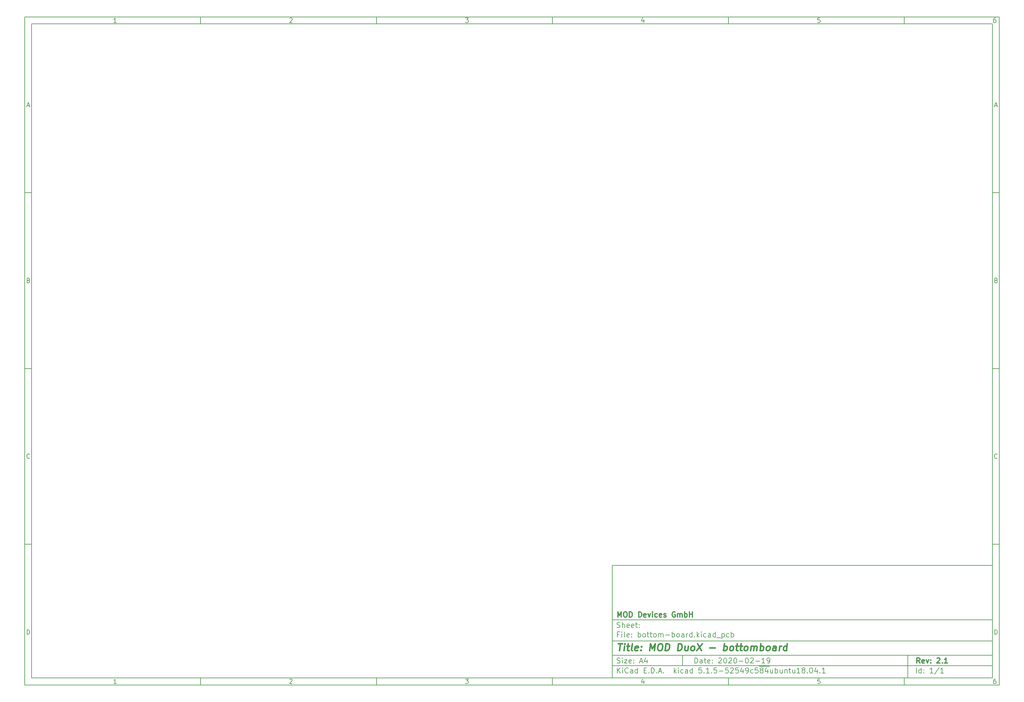
<source format=gbr>
G04 #@! TF.GenerationSoftware,KiCad,Pcbnew,5.1.5-52549c5~84~ubuntu18.04.1*
G04 #@! TF.CreationDate,2020-05-15T14:50:28+02:00*
G04 #@! TF.ProjectId,bottom-board,626f7474-6f6d-42d6-926f-6172642e6b69,2.1*
G04 #@! TF.SameCoordinates,PX48111b4PY15fd6c8*
G04 #@! TF.FileFunction,Paste,Bot*
G04 #@! TF.FilePolarity,Positive*
%FSLAX46Y46*%
G04 Gerber Fmt 4.6, Leading zero omitted, Abs format (unit mm)*
G04 Created by KiCad (PCBNEW 5.1.5-52549c5~84~ubuntu18.04.1) date 2020-05-15 14:50:28*
%MOMM*%
%LPD*%
G04 APERTURE LIST*
%ADD10C,0.100000*%
%ADD11C,0.150000*%
%ADD12C,0.300000*%
%ADD13C,0.400000*%
G04 APERTURE END LIST*
D10*
D11*
X101434660Y-142949080D02*
X101434660Y-174949080D01*
X209434660Y-174949080D01*
X209434660Y-142949080D01*
X101434660Y-142949080D01*
D10*
D11*
X-65567540Y13058120D02*
X-65567540Y-176949080D01*
X211434660Y-176949080D01*
X211434660Y13058120D01*
X-65567540Y13058120D01*
D10*
D11*
X-63567540Y11058120D02*
X-63567540Y-174949080D01*
X209434660Y-174949080D01*
X209434660Y11058120D01*
X-63567540Y11058120D01*
D10*
D11*
X-15567540Y11058120D02*
X-15567540Y13058120D01*
D10*
D11*
X34432460Y11058120D02*
X34432460Y13058120D01*
D10*
D11*
X84432460Y11058120D02*
X84432460Y13058120D01*
D10*
D11*
X134432460Y11058120D02*
X134432460Y13058120D01*
D10*
D11*
X184432460Y11058120D02*
X184432460Y13058120D01*
D10*
D11*
X-39502064Y11470025D02*
X-40244921Y11470025D01*
X-39873493Y11470025D02*
X-39873493Y12770025D01*
X-39997302Y12584311D01*
X-40121112Y12460501D01*
X-40244921Y12398597D01*
D10*
D11*
X9755079Y12646216D02*
X9816983Y12708120D01*
X9940793Y12770025D01*
X10250317Y12770025D01*
X10374126Y12708120D01*
X10436031Y12646216D01*
X10497936Y12522406D01*
X10497936Y12398597D01*
X10436031Y12212882D01*
X9693174Y11470025D01*
X10497936Y11470025D01*
D10*
D11*
X59693174Y12770025D02*
X60497936Y12770025D01*
X60064602Y12274787D01*
X60250317Y12274787D01*
X60374126Y12212882D01*
X60436031Y12150978D01*
X60497936Y12027168D01*
X60497936Y11717644D01*
X60436031Y11593835D01*
X60374126Y11531930D01*
X60250317Y11470025D01*
X59878888Y11470025D01*
X59755079Y11531930D01*
X59693174Y11593835D01*
D10*
D11*
X110374126Y12336692D02*
X110374126Y11470025D01*
X110064602Y12831930D02*
X109755079Y11903359D01*
X110559840Y11903359D01*
D10*
D11*
X160436031Y12770025D02*
X159816983Y12770025D01*
X159755079Y12150978D01*
X159816983Y12212882D01*
X159940793Y12274787D01*
X160250317Y12274787D01*
X160374126Y12212882D01*
X160436031Y12150978D01*
X160497936Y12027168D01*
X160497936Y11717644D01*
X160436031Y11593835D01*
X160374126Y11531930D01*
X160250317Y11470025D01*
X159940793Y11470025D01*
X159816983Y11531930D01*
X159755079Y11593835D01*
D10*
D11*
X210374126Y12770025D02*
X210126507Y12770025D01*
X210002698Y12708120D01*
X209940793Y12646216D01*
X209816983Y12460501D01*
X209755079Y12212882D01*
X209755079Y11717644D01*
X209816983Y11593835D01*
X209878888Y11531930D01*
X210002698Y11470025D01*
X210250317Y11470025D01*
X210374126Y11531930D01*
X210436031Y11593835D01*
X210497936Y11717644D01*
X210497936Y12027168D01*
X210436031Y12150978D01*
X210374126Y12212882D01*
X210250317Y12274787D01*
X210002698Y12274787D01*
X209878888Y12212882D01*
X209816983Y12150978D01*
X209755079Y12027168D01*
D10*
D11*
X-15567540Y-174949080D02*
X-15567540Y-176949080D01*
D10*
D11*
X34432460Y-174949080D02*
X34432460Y-176949080D01*
D10*
D11*
X84432460Y-174949080D02*
X84432460Y-176949080D01*
D10*
D11*
X134432460Y-174949080D02*
X134432460Y-176949080D01*
D10*
D11*
X184432460Y-174949080D02*
X184432460Y-176949080D01*
D10*
D11*
X-39502064Y-176537175D02*
X-40244921Y-176537175D01*
X-39873493Y-176537175D02*
X-39873493Y-175237175D01*
X-39997302Y-175422889D01*
X-40121112Y-175546699D01*
X-40244921Y-175608603D01*
D10*
D11*
X9755079Y-175360984D02*
X9816983Y-175299080D01*
X9940793Y-175237175D01*
X10250317Y-175237175D01*
X10374126Y-175299080D01*
X10436031Y-175360984D01*
X10497936Y-175484794D01*
X10497936Y-175608603D01*
X10436031Y-175794318D01*
X9693174Y-176537175D01*
X10497936Y-176537175D01*
D10*
D11*
X59693174Y-175237175D02*
X60497936Y-175237175D01*
X60064602Y-175732413D01*
X60250317Y-175732413D01*
X60374126Y-175794318D01*
X60436031Y-175856222D01*
X60497936Y-175980032D01*
X60497936Y-176289556D01*
X60436031Y-176413365D01*
X60374126Y-176475270D01*
X60250317Y-176537175D01*
X59878888Y-176537175D01*
X59755079Y-176475270D01*
X59693174Y-176413365D01*
D10*
D11*
X110374126Y-175670508D02*
X110374126Y-176537175D01*
X110064602Y-175175270D02*
X109755079Y-176103841D01*
X110559840Y-176103841D01*
D10*
D11*
X160436031Y-175237175D02*
X159816983Y-175237175D01*
X159755079Y-175856222D01*
X159816983Y-175794318D01*
X159940793Y-175732413D01*
X160250317Y-175732413D01*
X160374126Y-175794318D01*
X160436031Y-175856222D01*
X160497936Y-175980032D01*
X160497936Y-176289556D01*
X160436031Y-176413365D01*
X160374126Y-176475270D01*
X160250317Y-176537175D01*
X159940793Y-176537175D01*
X159816983Y-176475270D01*
X159755079Y-176413365D01*
D10*
D11*
X210374126Y-175237175D02*
X210126507Y-175237175D01*
X210002698Y-175299080D01*
X209940793Y-175360984D01*
X209816983Y-175546699D01*
X209755079Y-175794318D01*
X209755079Y-176289556D01*
X209816983Y-176413365D01*
X209878888Y-176475270D01*
X210002698Y-176537175D01*
X210250317Y-176537175D01*
X210374126Y-176475270D01*
X210436031Y-176413365D01*
X210497936Y-176289556D01*
X210497936Y-175980032D01*
X210436031Y-175856222D01*
X210374126Y-175794318D01*
X210250317Y-175732413D01*
X210002698Y-175732413D01*
X209878888Y-175794318D01*
X209816983Y-175856222D01*
X209755079Y-175980032D01*
D10*
D11*
X-65567540Y-36941880D02*
X-63567540Y-36941880D01*
D10*
D11*
X-65567540Y-86941880D02*
X-63567540Y-86941880D01*
D10*
D11*
X-65567540Y-136941880D02*
X-63567540Y-136941880D01*
D10*
D11*
X-64877064Y-12158546D02*
X-64258017Y-12158546D01*
X-65000874Y-12529975D02*
X-64567540Y-11229975D01*
X-64134207Y-12529975D01*
D10*
D11*
X-64474683Y-61849022D02*
X-64288969Y-61910927D01*
X-64227064Y-61972832D01*
X-64165160Y-62096641D01*
X-64165160Y-62282356D01*
X-64227064Y-62406165D01*
X-64288969Y-62468070D01*
X-64412779Y-62529975D01*
X-64908017Y-62529975D01*
X-64908017Y-61229975D01*
X-64474683Y-61229975D01*
X-64350874Y-61291880D01*
X-64288969Y-61353784D01*
X-64227064Y-61477594D01*
X-64227064Y-61601403D01*
X-64288969Y-61725213D01*
X-64350874Y-61787118D01*
X-64474683Y-61849022D01*
X-64908017Y-61849022D01*
D10*
D11*
X-64165160Y-112406165D02*
X-64227064Y-112468070D01*
X-64412779Y-112529975D01*
X-64536588Y-112529975D01*
X-64722302Y-112468070D01*
X-64846112Y-112344260D01*
X-64908017Y-112220451D01*
X-64969921Y-111972832D01*
X-64969921Y-111787118D01*
X-64908017Y-111539499D01*
X-64846112Y-111415689D01*
X-64722302Y-111291880D01*
X-64536588Y-111229975D01*
X-64412779Y-111229975D01*
X-64227064Y-111291880D01*
X-64165160Y-111353784D01*
D10*
D11*
X-64908017Y-162529975D02*
X-64908017Y-161229975D01*
X-64598493Y-161229975D01*
X-64412779Y-161291880D01*
X-64288969Y-161415689D01*
X-64227064Y-161539499D01*
X-64165160Y-161787118D01*
X-64165160Y-161972832D01*
X-64227064Y-162220451D01*
X-64288969Y-162344260D01*
X-64412779Y-162468070D01*
X-64598493Y-162529975D01*
X-64908017Y-162529975D01*
D10*
D11*
X211434660Y-36941880D02*
X209434660Y-36941880D01*
D10*
D11*
X211434660Y-86941880D02*
X209434660Y-86941880D01*
D10*
D11*
X211434660Y-136941880D02*
X209434660Y-136941880D01*
D10*
D11*
X210125136Y-12158546D02*
X210744183Y-12158546D01*
X210001326Y-12529975D02*
X210434660Y-11229975D01*
X210867993Y-12529975D01*
D10*
D11*
X210527517Y-61849022D02*
X210713231Y-61910927D01*
X210775136Y-61972832D01*
X210837040Y-62096641D01*
X210837040Y-62282356D01*
X210775136Y-62406165D01*
X210713231Y-62468070D01*
X210589421Y-62529975D01*
X210094183Y-62529975D01*
X210094183Y-61229975D01*
X210527517Y-61229975D01*
X210651326Y-61291880D01*
X210713231Y-61353784D01*
X210775136Y-61477594D01*
X210775136Y-61601403D01*
X210713231Y-61725213D01*
X210651326Y-61787118D01*
X210527517Y-61849022D01*
X210094183Y-61849022D01*
D10*
D11*
X210837040Y-112406165D02*
X210775136Y-112468070D01*
X210589421Y-112529975D01*
X210465612Y-112529975D01*
X210279898Y-112468070D01*
X210156088Y-112344260D01*
X210094183Y-112220451D01*
X210032279Y-111972832D01*
X210032279Y-111787118D01*
X210094183Y-111539499D01*
X210156088Y-111415689D01*
X210279898Y-111291880D01*
X210465612Y-111229975D01*
X210589421Y-111229975D01*
X210775136Y-111291880D01*
X210837040Y-111353784D01*
D10*
D11*
X210094183Y-162529975D02*
X210094183Y-161229975D01*
X210403707Y-161229975D01*
X210589421Y-161291880D01*
X210713231Y-161415689D01*
X210775136Y-161539499D01*
X210837040Y-161787118D01*
X210837040Y-161972832D01*
X210775136Y-162220451D01*
X210713231Y-162344260D01*
X210589421Y-162468070D01*
X210403707Y-162529975D01*
X210094183Y-162529975D01*
D10*
D11*
X124866802Y-170727651D02*
X124866802Y-169227651D01*
X125223945Y-169227651D01*
X125438231Y-169299080D01*
X125581088Y-169441937D01*
X125652517Y-169584794D01*
X125723945Y-169870508D01*
X125723945Y-170084794D01*
X125652517Y-170370508D01*
X125581088Y-170513365D01*
X125438231Y-170656222D01*
X125223945Y-170727651D01*
X124866802Y-170727651D01*
X127009660Y-170727651D02*
X127009660Y-169941937D01*
X126938231Y-169799080D01*
X126795374Y-169727651D01*
X126509660Y-169727651D01*
X126366802Y-169799080D01*
X127009660Y-170656222D02*
X126866802Y-170727651D01*
X126509660Y-170727651D01*
X126366802Y-170656222D01*
X126295374Y-170513365D01*
X126295374Y-170370508D01*
X126366802Y-170227651D01*
X126509660Y-170156222D01*
X126866802Y-170156222D01*
X127009660Y-170084794D01*
X127509660Y-169727651D02*
X128081088Y-169727651D01*
X127723945Y-169227651D02*
X127723945Y-170513365D01*
X127795374Y-170656222D01*
X127938231Y-170727651D01*
X128081088Y-170727651D01*
X129152517Y-170656222D02*
X129009660Y-170727651D01*
X128723945Y-170727651D01*
X128581088Y-170656222D01*
X128509660Y-170513365D01*
X128509660Y-169941937D01*
X128581088Y-169799080D01*
X128723945Y-169727651D01*
X129009660Y-169727651D01*
X129152517Y-169799080D01*
X129223945Y-169941937D01*
X129223945Y-170084794D01*
X128509660Y-170227651D01*
X129866802Y-170584794D02*
X129938231Y-170656222D01*
X129866802Y-170727651D01*
X129795374Y-170656222D01*
X129866802Y-170584794D01*
X129866802Y-170727651D01*
X129866802Y-169799080D02*
X129938231Y-169870508D01*
X129866802Y-169941937D01*
X129795374Y-169870508D01*
X129866802Y-169799080D01*
X129866802Y-169941937D01*
X131652517Y-169370508D02*
X131723945Y-169299080D01*
X131866802Y-169227651D01*
X132223945Y-169227651D01*
X132366802Y-169299080D01*
X132438231Y-169370508D01*
X132509660Y-169513365D01*
X132509660Y-169656222D01*
X132438231Y-169870508D01*
X131581088Y-170727651D01*
X132509660Y-170727651D01*
X133438231Y-169227651D02*
X133581088Y-169227651D01*
X133723945Y-169299080D01*
X133795374Y-169370508D01*
X133866802Y-169513365D01*
X133938231Y-169799080D01*
X133938231Y-170156222D01*
X133866802Y-170441937D01*
X133795374Y-170584794D01*
X133723945Y-170656222D01*
X133581088Y-170727651D01*
X133438231Y-170727651D01*
X133295374Y-170656222D01*
X133223945Y-170584794D01*
X133152517Y-170441937D01*
X133081088Y-170156222D01*
X133081088Y-169799080D01*
X133152517Y-169513365D01*
X133223945Y-169370508D01*
X133295374Y-169299080D01*
X133438231Y-169227651D01*
X134509660Y-169370508D02*
X134581088Y-169299080D01*
X134723945Y-169227651D01*
X135081088Y-169227651D01*
X135223945Y-169299080D01*
X135295374Y-169370508D01*
X135366802Y-169513365D01*
X135366802Y-169656222D01*
X135295374Y-169870508D01*
X134438231Y-170727651D01*
X135366802Y-170727651D01*
X136295374Y-169227651D02*
X136438231Y-169227651D01*
X136581088Y-169299080D01*
X136652517Y-169370508D01*
X136723945Y-169513365D01*
X136795374Y-169799080D01*
X136795374Y-170156222D01*
X136723945Y-170441937D01*
X136652517Y-170584794D01*
X136581088Y-170656222D01*
X136438231Y-170727651D01*
X136295374Y-170727651D01*
X136152517Y-170656222D01*
X136081088Y-170584794D01*
X136009660Y-170441937D01*
X135938231Y-170156222D01*
X135938231Y-169799080D01*
X136009660Y-169513365D01*
X136081088Y-169370508D01*
X136152517Y-169299080D01*
X136295374Y-169227651D01*
X137438231Y-170156222D02*
X138581088Y-170156222D01*
X139581088Y-169227651D02*
X139723945Y-169227651D01*
X139866802Y-169299080D01*
X139938231Y-169370508D01*
X140009660Y-169513365D01*
X140081088Y-169799080D01*
X140081088Y-170156222D01*
X140009660Y-170441937D01*
X139938231Y-170584794D01*
X139866802Y-170656222D01*
X139723945Y-170727651D01*
X139581088Y-170727651D01*
X139438231Y-170656222D01*
X139366802Y-170584794D01*
X139295374Y-170441937D01*
X139223945Y-170156222D01*
X139223945Y-169799080D01*
X139295374Y-169513365D01*
X139366802Y-169370508D01*
X139438231Y-169299080D01*
X139581088Y-169227651D01*
X140652517Y-169370508D02*
X140723945Y-169299080D01*
X140866802Y-169227651D01*
X141223945Y-169227651D01*
X141366802Y-169299080D01*
X141438231Y-169370508D01*
X141509660Y-169513365D01*
X141509660Y-169656222D01*
X141438231Y-169870508D01*
X140581088Y-170727651D01*
X141509660Y-170727651D01*
X142152517Y-170156222D02*
X143295374Y-170156222D01*
X144795374Y-170727651D02*
X143938231Y-170727651D01*
X144366802Y-170727651D02*
X144366802Y-169227651D01*
X144223945Y-169441937D01*
X144081088Y-169584794D01*
X143938231Y-169656222D01*
X145509660Y-170727651D02*
X145795374Y-170727651D01*
X145938231Y-170656222D01*
X146009660Y-170584794D01*
X146152517Y-170370508D01*
X146223945Y-170084794D01*
X146223945Y-169513365D01*
X146152517Y-169370508D01*
X146081088Y-169299080D01*
X145938231Y-169227651D01*
X145652517Y-169227651D01*
X145509660Y-169299080D01*
X145438231Y-169370508D01*
X145366802Y-169513365D01*
X145366802Y-169870508D01*
X145438231Y-170013365D01*
X145509660Y-170084794D01*
X145652517Y-170156222D01*
X145938231Y-170156222D01*
X146081088Y-170084794D01*
X146152517Y-170013365D01*
X146223945Y-169870508D01*
D10*
D11*
X101434660Y-171449080D02*
X209434660Y-171449080D01*
D10*
D11*
X102866802Y-173527651D02*
X102866802Y-172027651D01*
X103723945Y-173527651D02*
X103081088Y-172670508D01*
X103723945Y-172027651D02*
X102866802Y-172884794D01*
X104366802Y-173527651D02*
X104366802Y-172527651D01*
X104366802Y-172027651D02*
X104295374Y-172099080D01*
X104366802Y-172170508D01*
X104438231Y-172099080D01*
X104366802Y-172027651D01*
X104366802Y-172170508D01*
X105938231Y-173384794D02*
X105866802Y-173456222D01*
X105652517Y-173527651D01*
X105509660Y-173527651D01*
X105295374Y-173456222D01*
X105152517Y-173313365D01*
X105081088Y-173170508D01*
X105009660Y-172884794D01*
X105009660Y-172670508D01*
X105081088Y-172384794D01*
X105152517Y-172241937D01*
X105295374Y-172099080D01*
X105509660Y-172027651D01*
X105652517Y-172027651D01*
X105866802Y-172099080D01*
X105938231Y-172170508D01*
X107223945Y-173527651D02*
X107223945Y-172741937D01*
X107152517Y-172599080D01*
X107009660Y-172527651D01*
X106723945Y-172527651D01*
X106581088Y-172599080D01*
X107223945Y-173456222D02*
X107081088Y-173527651D01*
X106723945Y-173527651D01*
X106581088Y-173456222D01*
X106509660Y-173313365D01*
X106509660Y-173170508D01*
X106581088Y-173027651D01*
X106723945Y-172956222D01*
X107081088Y-172956222D01*
X107223945Y-172884794D01*
X108581088Y-173527651D02*
X108581088Y-172027651D01*
X108581088Y-173456222D02*
X108438231Y-173527651D01*
X108152517Y-173527651D01*
X108009660Y-173456222D01*
X107938231Y-173384794D01*
X107866802Y-173241937D01*
X107866802Y-172813365D01*
X107938231Y-172670508D01*
X108009660Y-172599080D01*
X108152517Y-172527651D01*
X108438231Y-172527651D01*
X108581088Y-172599080D01*
X110438231Y-172741937D02*
X110938231Y-172741937D01*
X111152517Y-173527651D02*
X110438231Y-173527651D01*
X110438231Y-172027651D01*
X111152517Y-172027651D01*
X111795374Y-173384794D02*
X111866802Y-173456222D01*
X111795374Y-173527651D01*
X111723945Y-173456222D01*
X111795374Y-173384794D01*
X111795374Y-173527651D01*
X112509660Y-173527651D02*
X112509660Y-172027651D01*
X112866802Y-172027651D01*
X113081088Y-172099080D01*
X113223945Y-172241937D01*
X113295374Y-172384794D01*
X113366802Y-172670508D01*
X113366802Y-172884794D01*
X113295374Y-173170508D01*
X113223945Y-173313365D01*
X113081088Y-173456222D01*
X112866802Y-173527651D01*
X112509660Y-173527651D01*
X114009660Y-173384794D02*
X114081088Y-173456222D01*
X114009660Y-173527651D01*
X113938231Y-173456222D01*
X114009660Y-173384794D01*
X114009660Y-173527651D01*
X114652517Y-173099080D02*
X115366802Y-173099080D01*
X114509660Y-173527651D02*
X115009660Y-172027651D01*
X115509660Y-173527651D01*
X116009660Y-173384794D02*
X116081088Y-173456222D01*
X116009660Y-173527651D01*
X115938231Y-173456222D01*
X116009660Y-173384794D01*
X116009660Y-173527651D01*
X119009660Y-173527651D02*
X119009660Y-172027651D01*
X119152517Y-172956222D02*
X119581088Y-173527651D01*
X119581088Y-172527651D02*
X119009660Y-173099080D01*
X120223945Y-173527651D02*
X120223945Y-172527651D01*
X120223945Y-172027651D02*
X120152517Y-172099080D01*
X120223945Y-172170508D01*
X120295374Y-172099080D01*
X120223945Y-172027651D01*
X120223945Y-172170508D01*
X121581088Y-173456222D02*
X121438231Y-173527651D01*
X121152517Y-173527651D01*
X121009660Y-173456222D01*
X120938231Y-173384794D01*
X120866802Y-173241937D01*
X120866802Y-172813365D01*
X120938231Y-172670508D01*
X121009660Y-172599080D01*
X121152517Y-172527651D01*
X121438231Y-172527651D01*
X121581088Y-172599080D01*
X122866802Y-173527651D02*
X122866802Y-172741937D01*
X122795374Y-172599080D01*
X122652517Y-172527651D01*
X122366802Y-172527651D01*
X122223945Y-172599080D01*
X122866802Y-173456222D02*
X122723945Y-173527651D01*
X122366802Y-173527651D01*
X122223945Y-173456222D01*
X122152517Y-173313365D01*
X122152517Y-173170508D01*
X122223945Y-173027651D01*
X122366802Y-172956222D01*
X122723945Y-172956222D01*
X122866802Y-172884794D01*
X124223945Y-173527651D02*
X124223945Y-172027651D01*
X124223945Y-173456222D02*
X124081088Y-173527651D01*
X123795374Y-173527651D01*
X123652517Y-173456222D01*
X123581088Y-173384794D01*
X123509660Y-173241937D01*
X123509660Y-172813365D01*
X123581088Y-172670508D01*
X123652517Y-172599080D01*
X123795374Y-172527651D01*
X124081088Y-172527651D01*
X124223945Y-172599080D01*
X126795374Y-172027651D02*
X126081088Y-172027651D01*
X126009660Y-172741937D01*
X126081088Y-172670508D01*
X126223945Y-172599080D01*
X126581088Y-172599080D01*
X126723945Y-172670508D01*
X126795374Y-172741937D01*
X126866802Y-172884794D01*
X126866802Y-173241937D01*
X126795374Y-173384794D01*
X126723945Y-173456222D01*
X126581088Y-173527651D01*
X126223945Y-173527651D01*
X126081088Y-173456222D01*
X126009660Y-173384794D01*
X127509660Y-173384794D02*
X127581088Y-173456222D01*
X127509660Y-173527651D01*
X127438231Y-173456222D01*
X127509660Y-173384794D01*
X127509660Y-173527651D01*
X129009660Y-173527651D02*
X128152517Y-173527651D01*
X128581088Y-173527651D02*
X128581088Y-172027651D01*
X128438231Y-172241937D01*
X128295374Y-172384794D01*
X128152517Y-172456222D01*
X129652517Y-173384794D02*
X129723945Y-173456222D01*
X129652517Y-173527651D01*
X129581088Y-173456222D01*
X129652517Y-173384794D01*
X129652517Y-173527651D01*
X131081088Y-172027651D02*
X130366802Y-172027651D01*
X130295374Y-172741937D01*
X130366802Y-172670508D01*
X130509660Y-172599080D01*
X130866802Y-172599080D01*
X131009660Y-172670508D01*
X131081088Y-172741937D01*
X131152517Y-172884794D01*
X131152517Y-173241937D01*
X131081088Y-173384794D01*
X131009660Y-173456222D01*
X130866802Y-173527651D01*
X130509660Y-173527651D01*
X130366802Y-173456222D01*
X130295374Y-173384794D01*
X131795374Y-172956222D02*
X132938231Y-172956222D01*
X134366802Y-172027651D02*
X133652517Y-172027651D01*
X133581088Y-172741937D01*
X133652517Y-172670508D01*
X133795374Y-172599080D01*
X134152517Y-172599080D01*
X134295374Y-172670508D01*
X134366802Y-172741937D01*
X134438231Y-172884794D01*
X134438231Y-173241937D01*
X134366802Y-173384794D01*
X134295374Y-173456222D01*
X134152517Y-173527651D01*
X133795374Y-173527651D01*
X133652517Y-173456222D01*
X133581088Y-173384794D01*
X135009660Y-172170508D02*
X135081088Y-172099080D01*
X135223945Y-172027651D01*
X135581088Y-172027651D01*
X135723945Y-172099080D01*
X135795374Y-172170508D01*
X135866802Y-172313365D01*
X135866802Y-172456222D01*
X135795374Y-172670508D01*
X134938231Y-173527651D01*
X135866802Y-173527651D01*
X137223945Y-172027651D02*
X136509660Y-172027651D01*
X136438231Y-172741937D01*
X136509660Y-172670508D01*
X136652517Y-172599080D01*
X137009660Y-172599080D01*
X137152517Y-172670508D01*
X137223945Y-172741937D01*
X137295374Y-172884794D01*
X137295374Y-173241937D01*
X137223945Y-173384794D01*
X137152517Y-173456222D01*
X137009660Y-173527651D01*
X136652517Y-173527651D01*
X136509660Y-173456222D01*
X136438231Y-173384794D01*
X138581088Y-172527651D02*
X138581088Y-173527651D01*
X138223945Y-171956222D02*
X137866802Y-173027651D01*
X138795374Y-173027651D01*
X139438231Y-173527651D02*
X139723945Y-173527651D01*
X139866802Y-173456222D01*
X139938231Y-173384794D01*
X140081088Y-173170508D01*
X140152517Y-172884794D01*
X140152517Y-172313365D01*
X140081088Y-172170508D01*
X140009660Y-172099080D01*
X139866802Y-172027651D01*
X139581088Y-172027651D01*
X139438231Y-172099080D01*
X139366802Y-172170508D01*
X139295374Y-172313365D01*
X139295374Y-172670508D01*
X139366802Y-172813365D01*
X139438231Y-172884794D01*
X139581088Y-172956222D01*
X139866802Y-172956222D01*
X140009660Y-172884794D01*
X140081088Y-172813365D01*
X140152517Y-172670508D01*
X141438231Y-173456222D02*
X141295374Y-173527651D01*
X141009660Y-173527651D01*
X140866802Y-173456222D01*
X140795374Y-173384794D01*
X140723945Y-173241937D01*
X140723945Y-172813365D01*
X140795374Y-172670508D01*
X140866802Y-172599080D01*
X141009660Y-172527651D01*
X141295374Y-172527651D01*
X141438231Y-172599080D01*
X142795374Y-172027651D02*
X142081088Y-172027651D01*
X142009660Y-172741937D01*
X142081088Y-172670508D01*
X142223945Y-172599080D01*
X142581088Y-172599080D01*
X142723945Y-172670508D01*
X142795374Y-172741937D01*
X142866802Y-172884794D01*
X142866802Y-173241937D01*
X142795374Y-173384794D01*
X142723945Y-173456222D01*
X142581088Y-173527651D01*
X142223945Y-173527651D01*
X142081088Y-173456222D01*
X142009660Y-173384794D01*
X143152517Y-171619080D02*
X144581088Y-171619080D01*
X143723945Y-172670508D02*
X143581088Y-172599080D01*
X143509660Y-172527651D01*
X143438231Y-172384794D01*
X143438231Y-172313365D01*
X143509660Y-172170508D01*
X143581088Y-172099080D01*
X143723945Y-172027651D01*
X144009660Y-172027651D01*
X144152517Y-172099080D01*
X144223945Y-172170508D01*
X144295374Y-172313365D01*
X144295374Y-172384794D01*
X144223945Y-172527651D01*
X144152517Y-172599080D01*
X144009660Y-172670508D01*
X143723945Y-172670508D01*
X143581088Y-172741937D01*
X143509660Y-172813365D01*
X143438231Y-172956222D01*
X143438231Y-173241937D01*
X143509660Y-173384794D01*
X143581088Y-173456222D01*
X143723945Y-173527651D01*
X144009660Y-173527651D01*
X144152517Y-173456222D01*
X144223945Y-173384794D01*
X144295374Y-173241937D01*
X144295374Y-172956222D01*
X144223945Y-172813365D01*
X144152517Y-172741937D01*
X144009660Y-172670508D01*
X144581088Y-171619080D02*
X146009659Y-171619080D01*
X145581088Y-172527651D02*
X145581088Y-173527651D01*
X145223945Y-171956222D02*
X144866802Y-173027651D01*
X145795374Y-173027651D01*
X147009659Y-172527651D02*
X147009659Y-173527651D01*
X146366802Y-172527651D02*
X146366802Y-173313365D01*
X146438231Y-173456222D01*
X146581088Y-173527651D01*
X146795374Y-173527651D01*
X146938231Y-173456222D01*
X147009659Y-173384794D01*
X147723945Y-173527651D02*
X147723945Y-172027651D01*
X147723945Y-172599080D02*
X147866802Y-172527651D01*
X148152517Y-172527651D01*
X148295374Y-172599080D01*
X148366802Y-172670508D01*
X148438231Y-172813365D01*
X148438231Y-173241937D01*
X148366802Y-173384794D01*
X148295374Y-173456222D01*
X148152517Y-173527651D01*
X147866802Y-173527651D01*
X147723945Y-173456222D01*
X149723945Y-172527651D02*
X149723945Y-173527651D01*
X149081088Y-172527651D02*
X149081088Y-173313365D01*
X149152517Y-173456222D01*
X149295374Y-173527651D01*
X149509659Y-173527651D01*
X149652517Y-173456222D01*
X149723945Y-173384794D01*
X150438231Y-172527651D02*
X150438231Y-173527651D01*
X150438231Y-172670508D02*
X150509659Y-172599080D01*
X150652517Y-172527651D01*
X150866802Y-172527651D01*
X151009659Y-172599080D01*
X151081088Y-172741937D01*
X151081088Y-173527651D01*
X151581088Y-172527651D02*
X152152517Y-172527651D01*
X151795374Y-172027651D02*
X151795374Y-173313365D01*
X151866802Y-173456222D01*
X152009660Y-173527651D01*
X152152517Y-173527651D01*
X153295374Y-172527651D02*
X153295374Y-173527651D01*
X152652517Y-172527651D02*
X152652517Y-173313365D01*
X152723945Y-173456222D01*
X152866802Y-173527651D01*
X153081088Y-173527651D01*
X153223945Y-173456222D01*
X153295374Y-173384794D01*
X154795374Y-173527651D02*
X153938231Y-173527651D01*
X154366802Y-173527651D02*
X154366802Y-172027651D01*
X154223945Y-172241937D01*
X154081088Y-172384794D01*
X153938231Y-172456222D01*
X155652517Y-172670508D02*
X155509659Y-172599080D01*
X155438231Y-172527651D01*
X155366802Y-172384794D01*
X155366802Y-172313365D01*
X155438231Y-172170508D01*
X155509659Y-172099080D01*
X155652517Y-172027651D01*
X155938231Y-172027651D01*
X156081088Y-172099080D01*
X156152517Y-172170508D01*
X156223945Y-172313365D01*
X156223945Y-172384794D01*
X156152517Y-172527651D01*
X156081088Y-172599080D01*
X155938231Y-172670508D01*
X155652517Y-172670508D01*
X155509659Y-172741937D01*
X155438231Y-172813365D01*
X155366802Y-172956222D01*
X155366802Y-173241937D01*
X155438231Y-173384794D01*
X155509659Y-173456222D01*
X155652517Y-173527651D01*
X155938231Y-173527651D01*
X156081088Y-173456222D01*
X156152517Y-173384794D01*
X156223945Y-173241937D01*
X156223945Y-172956222D01*
X156152517Y-172813365D01*
X156081088Y-172741937D01*
X155938231Y-172670508D01*
X156866802Y-173384794D02*
X156938231Y-173456222D01*
X156866802Y-173527651D01*
X156795374Y-173456222D01*
X156866802Y-173384794D01*
X156866802Y-173527651D01*
X157866802Y-172027651D02*
X158009659Y-172027651D01*
X158152517Y-172099080D01*
X158223945Y-172170508D01*
X158295374Y-172313365D01*
X158366802Y-172599080D01*
X158366802Y-172956222D01*
X158295374Y-173241937D01*
X158223945Y-173384794D01*
X158152517Y-173456222D01*
X158009659Y-173527651D01*
X157866802Y-173527651D01*
X157723945Y-173456222D01*
X157652517Y-173384794D01*
X157581088Y-173241937D01*
X157509659Y-172956222D01*
X157509659Y-172599080D01*
X157581088Y-172313365D01*
X157652517Y-172170508D01*
X157723945Y-172099080D01*
X157866802Y-172027651D01*
X159652517Y-172527651D02*
X159652517Y-173527651D01*
X159295374Y-171956222D02*
X158938231Y-173027651D01*
X159866802Y-173027651D01*
X160438231Y-173384794D02*
X160509659Y-173456222D01*
X160438231Y-173527651D01*
X160366802Y-173456222D01*
X160438231Y-173384794D01*
X160438231Y-173527651D01*
X161938231Y-173527651D02*
X161081088Y-173527651D01*
X161509659Y-173527651D02*
X161509659Y-172027651D01*
X161366802Y-172241937D01*
X161223945Y-172384794D01*
X161081088Y-172456222D01*
D10*
D11*
X101434660Y-168449080D02*
X209434660Y-168449080D01*
D10*
D12*
X188843945Y-170727651D02*
X188343945Y-170013365D01*
X187986802Y-170727651D02*
X187986802Y-169227651D01*
X188558231Y-169227651D01*
X188701088Y-169299080D01*
X188772517Y-169370508D01*
X188843945Y-169513365D01*
X188843945Y-169727651D01*
X188772517Y-169870508D01*
X188701088Y-169941937D01*
X188558231Y-170013365D01*
X187986802Y-170013365D01*
X190058231Y-170656222D02*
X189915374Y-170727651D01*
X189629660Y-170727651D01*
X189486802Y-170656222D01*
X189415374Y-170513365D01*
X189415374Y-169941937D01*
X189486802Y-169799080D01*
X189629660Y-169727651D01*
X189915374Y-169727651D01*
X190058231Y-169799080D01*
X190129660Y-169941937D01*
X190129660Y-170084794D01*
X189415374Y-170227651D01*
X190629660Y-169727651D02*
X190986802Y-170727651D01*
X191343945Y-169727651D01*
X191915374Y-170584794D02*
X191986802Y-170656222D01*
X191915374Y-170727651D01*
X191843945Y-170656222D01*
X191915374Y-170584794D01*
X191915374Y-170727651D01*
X191915374Y-169799080D02*
X191986802Y-169870508D01*
X191915374Y-169941937D01*
X191843945Y-169870508D01*
X191915374Y-169799080D01*
X191915374Y-169941937D01*
X193701088Y-169370508D02*
X193772517Y-169299080D01*
X193915374Y-169227651D01*
X194272517Y-169227651D01*
X194415374Y-169299080D01*
X194486802Y-169370508D01*
X194558231Y-169513365D01*
X194558231Y-169656222D01*
X194486802Y-169870508D01*
X193629660Y-170727651D01*
X194558231Y-170727651D01*
X195201088Y-170584794D02*
X195272517Y-170656222D01*
X195201088Y-170727651D01*
X195129660Y-170656222D01*
X195201088Y-170584794D01*
X195201088Y-170727651D01*
X196701088Y-170727651D02*
X195843945Y-170727651D01*
X196272517Y-170727651D02*
X196272517Y-169227651D01*
X196129660Y-169441937D01*
X195986802Y-169584794D01*
X195843945Y-169656222D01*
D10*
D11*
X102795374Y-170656222D02*
X103009660Y-170727651D01*
X103366802Y-170727651D01*
X103509660Y-170656222D01*
X103581088Y-170584794D01*
X103652517Y-170441937D01*
X103652517Y-170299080D01*
X103581088Y-170156222D01*
X103509660Y-170084794D01*
X103366802Y-170013365D01*
X103081088Y-169941937D01*
X102938231Y-169870508D01*
X102866802Y-169799080D01*
X102795374Y-169656222D01*
X102795374Y-169513365D01*
X102866802Y-169370508D01*
X102938231Y-169299080D01*
X103081088Y-169227651D01*
X103438231Y-169227651D01*
X103652517Y-169299080D01*
X104295374Y-170727651D02*
X104295374Y-169727651D01*
X104295374Y-169227651D02*
X104223945Y-169299080D01*
X104295374Y-169370508D01*
X104366802Y-169299080D01*
X104295374Y-169227651D01*
X104295374Y-169370508D01*
X104866802Y-169727651D02*
X105652517Y-169727651D01*
X104866802Y-170727651D01*
X105652517Y-170727651D01*
X106795374Y-170656222D02*
X106652517Y-170727651D01*
X106366802Y-170727651D01*
X106223945Y-170656222D01*
X106152517Y-170513365D01*
X106152517Y-169941937D01*
X106223945Y-169799080D01*
X106366802Y-169727651D01*
X106652517Y-169727651D01*
X106795374Y-169799080D01*
X106866802Y-169941937D01*
X106866802Y-170084794D01*
X106152517Y-170227651D01*
X107509660Y-170584794D02*
X107581088Y-170656222D01*
X107509660Y-170727651D01*
X107438231Y-170656222D01*
X107509660Y-170584794D01*
X107509660Y-170727651D01*
X107509660Y-169799080D02*
X107581088Y-169870508D01*
X107509660Y-169941937D01*
X107438231Y-169870508D01*
X107509660Y-169799080D01*
X107509660Y-169941937D01*
X109295374Y-170299080D02*
X110009660Y-170299080D01*
X109152517Y-170727651D02*
X109652517Y-169227651D01*
X110152517Y-170727651D01*
X111295374Y-169727651D02*
X111295374Y-170727651D01*
X110938231Y-169156222D02*
X110581088Y-170227651D01*
X111509660Y-170227651D01*
D10*
D11*
X187866802Y-173527651D02*
X187866802Y-172027651D01*
X189223945Y-173527651D02*
X189223945Y-172027651D01*
X189223945Y-173456222D02*
X189081088Y-173527651D01*
X188795374Y-173527651D01*
X188652517Y-173456222D01*
X188581088Y-173384794D01*
X188509660Y-173241937D01*
X188509660Y-172813365D01*
X188581088Y-172670508D01*
X188652517Y-172599080D01*
X188795374Y-172527651D01*
X189081088Y-172527651D01*
X189223945Y-172599080D01*
X189938231Y-173384794D02*
X190009660Y-173456222D01*
X189938231Y-173527651D01*
X189866802Y-173456222D01*
X189938231Y-173384794D01*
X189938231Y-173527651D01*
X189938231Y-172599080D02*
X190009660Y-172670508D01*
X189938231Y-172741937D01*
X189866802Y-172670508D01*
X189938231Y-172599080D01*
X189938231Y-172741937D01*
X192581088Y-173527651D02*
X191723945Y-173527651D01*
X192152517Y-173527651D02*
X192152517Y-172027651D01*
X192009660Y-172241937D01*
X191866802Y-172384794D01*
X191723945Y-172456222D01*
X194295374Y-171956222D02*
X193009660Y-173884794D01*
X195581088Y-173527651D02*
X194723945Y-173527651D01*
X195152517Y-173527651D02*
X195152517Y-172027651D01*
X195009660Y-172241937D01*
X194866802Y-172384794D01*
X194723945Y-172456222D01*
D10*
D11*
X101434660Y-164449080D02*
X209434660Y-164449080D01*
D10*
D13*
X103147040Y-165153841D02*
X104289898Y-165153841D01*
X103468469Y-167153841D02*
X103718469Y-165153841D01*
X104706564Y-167153841D02*
X104873231Y-165820508D01*
X104956564Y-165153841D02*
X104849421Y-165249080D01*
X104932755Y-165344318D01*
X105039898Y-165249080D01*
X104956564Y-165153841D01*
X104932755Y-165344318D01*
X105539898Y-165820508D02*
X106301802Y-165820508D01*
X105908945Y-165153841D02*
X105694660Y-166868127D01*
X105766088Y-167058603D01*
X105944660Y-167153841D01*
X106135136Y-167153841D01*
X107087517Y-167153841D02*
X106908945Y-167058603D01*
X106837517Y-166868127D01*
X107051802Y-165153841D01*
X108623231Y-167058603D02*
X108420850Y-167153841D01*
X108039898Y-167153841D01*
X107861326Y-167058603D01*
X107789898Y-166868127D01*
X107885136Y-166106222D01*
X108004183Y-165915746D01*
X108206564Y-165820508D01*
X108587517Y-165820508D01*
X108766088Y-165915746D01*
X108837517Y-166106222D01*
X108813707Y-166296699D01*
X107837517Y-166487175D01*
X109587517Y-166963365D02*
X109670850Y-167058603D01*
X109563707Y-167153841D01*
X109480374Y-167058603D01*
X109587517Y-166963365D01*
X109563707Y-167153841D01*
X109718469Y-165915746D02*
X109801802Y-166010984D01*
X109694660Y-166106222D01*
X109611326Y-166010984D01*
X109718469Y-165915746D01*
X109694660Y-166106222D01*
X112039898Y-167153841D02*
X112289898Y-165153841D01*
X112777993Y-166582413D01*
X113623231Y-165153841D01*
X113373231Y-167153841D01*
X114956564Y-165153841D02*
X115337517Y-165153841D01*
X115516088Y-165249080D01*
X115682755Y-165439556D01*
X115730374Y-165820508D01*
X115647040Y-166487175D01*
X115504183Y-166868127D01*
X115289898Y-167058603D01*
X115087517Y-167153841D01*
X114706564Y-167153841D01*
X114527993Y-167058603D01*
X114361326Y-166868127D01*
X114313707Y-166487175D01*
X114397040Y-165820508D01*
X114539898Y-165439556D01*
X114754183Y-165249080D01*
X114956564Y-165153841D01*
X116420850Y-167153841D02*
X116670850Y-165153841D01*
X117147040Y-165153841D01*
X117420850Y-165249080D01*
X117587517Y-165439556D01*
X117658945Y-165630032D01*
X117706564Y-166010984D01*
X117670850Y-166296699D01*
X117527993Y-166677651D01*
X117408945Y-166868127D01*
X117194660Y-167058603D01*
X116897040Y-167153841D01*
X116420850Y-167153841D01*
X119944660Y-167153841D02*
X120194660Y-165153841D01*
X120670850Y-165153841D01*
X120944660Y-165249080D01*
X121111326Y-165439556D01*
X121182755Y-165630032D01*
X121230374Y-166010984D01*
X121194660Y-166296699D01*
X121051802Y-166677651D01*
X120932755Y-166868127D01*
X120718469Y-167058603D01*
X120420850Y-167153841D01*
X119944660Y-167153841D01*
X122968469Y-165820508D02*
X122801802Y-167153841D01*
X122111326Y-165820508D02*
X121980374Y-166868127D01*
X122051802Y-167058603D01*
X122230374Y-167153841D01*
X122516088Y-167153841D01*
X122718469Y-167058603D01*
X122825612Y-166963365D01*
X124039898Y-167153841D02*
X123861326Y-167058603D01*
X123777993Y-166963365D01*
X123706564Y-166772889D01*
X123777993Y-166201460D01*
X123897040Y-166010984D01*
X124004183Y-165915746D01*
X124206564Y-165820508D01*
X124492279Y-165820508D01*
X124670850Y-165915746D01*
X124754183Y-166010984D01*
X124825612Y-166201460D01*
X124754183Y-166772889D01*
X124635136Y-166963365D01*
X124527993Y-167058603D01*
X124325612Y-167153841D01*
X124039898Y-167153841D01*
X125623231Y-165153841D02*
X126706564Y-167153841D01*
X126956564Y-165153841D02*
X125373231Y-167153841D01*
X129087517Y-166391937D02*
X130611326Y-166391937D01*
X132992279Y-167153841D02*
X133242279Y-165153841D01*
X133147040Y-165915746D02*
X133349421Y-165820508D01*
X133730374Y-165820508D01*
X133908945Y-165915746D01*
X133992279Y-166010984D01*
X134063707Y-166201460D01*
X133992279Y-166772889D01*
X133873231Y-166963365D01*
X133766088Y-167058603D01*
X133563707Y-167153841D01*
X133182755Y-167153841D01*
X133004183Y-167058603D01*
X135087517Y-167153841D02*
X134908945Y-167058603D01*
X134825612Y-166963365D01*
X134754183Y-166772889D01*
X134825612Y-166201460D01*
X134944660Y-166010984D01*
X135051802Y-165915746D01*
X135254183Y-165820508D01*
X135539898Y-165820508D01*
X135718469Y-165915746D01*
X135801802Y-166010984D01*
X135873231Y-166201460D01*
X135801802Y-166772889D01*
X135682755Y-166963365D01*
X135575612Y-167058603D01*
X135373231Y-167153841D01*
X135087517Y-167153841D01*
X136492279Y-165820508D02*
X137254183Y-165820508D01*
X136861326Y-165153841D02*
X136647040Y-166868127D01*
X136718469Y-167058603D01*
X136897040Y-167153841D01*
X137087517Y-167153841D01*
X137635136Y-165820508D02*
X138397040Y-165820508D01*
X138004183Y-165153841D02*
X137789898Y-166868127D01*
X137861326Y-167058603D01*
X138039898Y-167153841D01*
X138230374Y-167153841D01*
X139182755Y-167153841D02*
X139004183Y-167058603D01*
X138920850Y-166963365D01*
X138849421Y-166772889D01*
X138920850Y-166201460D01*
X139039898Y-166010984D01*
X139147040Y-165915746D01*
X139349421Y-165820508D01*
X139635136Y-165820508D01*
X139813707Y-165915746D01*
X139897040Y-166010984D01*
X139968469Y-166201460D01*
X139897040Y-166772889D01*
X139777993Y-166963365D01*
X139670850Y-167058603D01*
X139468469Y-167153841D01*
X139182755Y-167153841D01*
X140706564Y-167153841D02*
X140873231Y-165820508D01*
X140849421Y-166010984D02*
X140956564Y-165915746D01*
X141158945Y-165820508D01*
X141444660Y-165820508D01*
X141623231Y-165915746D01*
X141694660Y-166106222D01*
X141563707Y-167153841D01*
X141694660Y-166106222D02*
X141813707Y-165915746D01*
X142016088Y-165820508D01*
X142301802Y-165820508D01*
X142480374Y-165915746D01*
X142551802Y-166106222D01*
X142420850Y-167153841D01*
X143373231Y-167153841D02*
X143623231Y-165153841D01*
X143527993Y-165915746D02*
X143730374Y-165820508D01*
X144111326Y-165820508D01*
X144289898Y-165915746D01*
X144373231Y-166010984D01*
X144444660Y-166201460D01*
X144373231Y-166772889D01*
X144254183Y-166963365D01*
X144147040Y-167058603D01*
X143944660Y-167153841D01*
X143563707Y-167153841D01*
X143385136Y-167058603D01*
X145468469Y-167153841D02*
X145289898Y-167058603D01*
X145206564Y-166963365D01*
X145135136Y-166772889D01*
X145206564Y-166201460D01*
X145325612Y-166010984D01*
X145432755Y-165915746D01*
X145635136Y-165820508D01*
X145920850Y-165820508D01*
X146099421Y-165915746D01*
X146182755Y-166010984D01*
X146254183Y-166201460D01*
X146182755Y-166772889D01*
X146063707Y-166963365D01*
X145956564Y-167058603D01*
X145754183Y-167153841D01*
X145468469Y-167153841D01*
X147849421Y-167153841D02*
X147980374Y-166106222D01*
X147908945Y-165915746D01*
X147730374Y-165820508D01*
X147349421Y-165820508D01*
X147147040Y-165915746D01*
X147861326Y-167058603D02*
X147658945Y-167153841D01*
X147182755Y-167153841D01*
X147004183Y-167058603D01*
X146932755Y-166868127D01*
X146956564Y-166677651D01*
X147075612Y-166487175D01*
X147277993Y-166391937D01*
X147754183Y-166391937D01*
X147956564Y-166296699D01*
X148801802Y-167153841D02*
X148968469Y-165820508D01*
X148920850Y-166201460D02*
X149039898Y-166010984D01*
X149147040Y-165915746D01*
X149349421Y-165820508D01*
X149539898Y-165820508D01*
X150897040Y-167153841D02*
X151147040Y-165153841D01*
X150908945Y-167058603D02*
X150706564Y-167153841D01*
X150325612Y-167153841D01*
X150147040Y-167058603D01*
X150063707Y-166963365D01*
X149992279Y-166772889D01*
X150063707Y-166201460D01*
X150182755Y-166010984D01*
X150289898Y-165915746D01*
X150492279Y-165820508D01*
X150873231Y-165820508D01*
X151051802Y-165915746D01*
D10*
D11*
X103366802Y-162541937D02*
X102866802Y-162541937D01*
X102866802Y-163327651D02*
X102866802Y-161827651D01*
X103581088Y-161827651D01*
X104152517Y-163327651D02*
X104152517Y-162327651D01*
X104152517Y-161827651D02*
X104081088Y-161899080D01*
X104152517Y-161970508D01*
X104223945Y-161899080D01*
X104152517Y-161827651D01*
X104152517Y-161970508D01*
X105081088Y-163327651D02*
X104938231Y-163256222D01*
X104866802Y-163113365D01*
X104866802Y-161827651D01*
X106223945Y-163256222D02*
X106081088Y-163327651D01*
X105795374Y-163327651D01*
X105652517Y-163256222D01*
X105581088Y-163113365D01*
X105581088Y-162541937D01*
X105652517Y-162399080D01*
X105795374Y-162327651D01*
X106081088Y-162327651D01*
X106223945Y-162399080D01*
X106295374Y-162541937D01*
X106295374Y-162684794D01*
X105581088Y-162827651D01*
X106938231Y-163184794D02*
X107009660Y-163256222D01*
X106938231Y-163327651D01*
X106866802Y-163256222D01*
X106938231Y-163184794D01*
X106938231Y-163327651D01*
X106938231Y-162399080D02*
X107009660Y-162470508D01*
X106938231Y-162541937D01*
X106866802Y-162470508D01*
X106938231Y-162399080D01*
X106938231Y-162541937D01*
X108795374Y-163327651D02*
X108795374Y-161827651D01*
X108795374Y-162399080D02*
X108938231Y-162327651D01*
X109223945Y-162327651D01*
X109366802Y-162399080D01*
X109438231Y-162470508D01*
X109509660Y-162613365D01*
X109509660Y-163041937D01*
X109438231Y-163184794D01*
X109366802Y-163256222D01*
X109223945Y-163327651D01*
X108938231Y-163327651D01*
X108795374Y-163256222D01*
X110366802Y-163327651D02*
X110223945Y-163256222D01*
X110152517Y-163184794D01*
X110081088Y-163041937D01*
X110081088Y-162613365D01*
X110152517Y-162470508D01*
X110223945Y-162399080D01*
X110366802Y-162327651D01*
X110581088Y-162327651D01*
X110723945Y-162399080D01*
X110795374Y-162470508D01*
X110866802Y-162613365D01*
X110866802Y-163041937D01*
X110795374Y-163184794D01*
X110723945Y-163256222D01*
X110581088Y-163327651D01*
X110366802Y-163327651D01*
X111295374Y-162327651D02*
X111866802Y-162327651D01*
X111509660Y-161827651D02*
X111509660Y-163113365D01*
X111581088Y-163256222D01*
X111723945Y-163327651D01*
X111866802Y-163327651D01*
X112152517Y-162327651D02*
X112723945Y-162327651D01*
X112366802Y-161827651D02*
X112366802Y-163113365D01*
X112438231Y-163256222D01*
X112581088Y-163327651D01*
X112723945Y-163327651D01*
X113438231Y-163327651D02*
X113295374Y-163256222D01*
X113223945Y-163184794D01*
X113152517Y-163041937D01*
X113152517Y-162613365D01*
X113223945Y-162470508D01*
X113295374Y-162399080D01*
X113438231Y-162327651D01*
X113652517Y-162327651D01*
X113795374Y-162399080D01*
X113866802Y-162470508D01*
X113938231Y-162613365D01*
X113938231Y-163041937D01*
X113866802Y-163184794D01*
X113795374Y-163256222D01*
X113652517Y-163327651D01*
X113438231Y-163327651D01*
X114581088Y-163327651D02*
X114581088Y-162327651D01*
X114581088Y-162470508D02*
X114652517Y-162399080D01*
X114795374Y-162327651D01*
X115009660Y-162327651D01*
X115152517Y-162399080D01*
X115223945Y-162541937D01*
X115223945Y-163327651D01*
X115223945Y-162541937D02*
X115295374Y-162399080D01*
X115438231Y-162327651D01*
X115652517Y-162327651D01*
X115795374Y-162399080D01*
X115866802Y-162541937D01*
X115866802Y-163327651D01*
X116581088Y-162756222D02*
X117723945Y-162756222D01*
X118438231Y-163327651D02*
X118438231Y-161827651D01*
X118438231Y-162399080D02*
X118581088Y-162327651D01*
X118866802Y-162327651D01*
X119009660Y-162399080D01*
X119081088Y-162470508D01*
X119152517Y-162613365D01*
X119152517Y-163041937D01*
X119081088Y-163184794D01*
X119009660Y-163256222D01*
X118866802Y-163327651D01*
X118581088Y-163327651D01*
X118438231Y-163256222D01*
X120009660Y-163327651D02*
X119866802Y-163256222D01*
X119795374Y-163184794D01*
X119723945Y-163041937D01*
X119723945Y-162613365D01*
X119795374Y-162470508D01*
X119866802Y-162399080D01*
X120009660Y-162327651D01*
X120223945Y-162327651D01*
X120366802Y-162399080D01*
X120438231Y-162470508D01*
X120509660Y-162613365D01*
X120509660Y-163041937D01*
X120438231Y-163184794D01*
X120366802Y-163256222D01*
X120223945Y-163327651D01*
X120009660Y-163327651D01*
X121795374Y-163327651D02*
X121795374Y-162541937D01*
X121723945Y-162399080D01*
X121581088Y-162327651D01*
X121295374Y-162327651D01*
X121152517Y-162399080D01*
X121795374Y-163256222D02*
X121652517Y-163327651D01*
X121295374Y-163327651D01*
X121152517Y-163256222D01*
X121081088Y-163113365D01*
X121081088Y-162970508D01*
X121152517Y-162827651D01*
X121295374Y-162756222D01*
X121652517Y-162756222D01*
X121795374Y-162684794D01*
X122509660Y-163327651D02*
X122509660Y-162327651D01*
X122509660Y-162613365D02*
X122581088Y-162470508D01*
X122652517Y-162399080D01*
X122795374Y-162327651D01*
X122938231Y-162327651D01*
X124081088Y-163327651D02*
X124081088Y-161827651D01*
X124081088Y-163256222D02*
X123938231Y-163327651D01*
X123652517Y-163327651D01*
X123509660Y-163256222D01*
X123438231Y-163184794D01*
X123366802Y-163041937D01*
X123366802Y-162613365D01*
X123438231Y-162470508D01*
X123509660Y-162399080D01*
X123652517Y-162327651D01*
X123938231Y-162327651D01*
X124081088Y-162399080D01*
X124795374Y-163184794D02*
X124866802Y-163256222D01*
X124795374Y-163327651D01*
X124723945Y-163256222D01*
X124795374Y-163184794D01*
X124795374Y-163327651D01*
X125509660Y-163327651D02*
X125509660Y-161827651D01*
X125652517Y-162756222D02*
X126081088Y-163327651D01*
X126081088Y-162327651D02*
X125509660Y-162899080D01*
X126723945Y-163327651D02*
X126723945Y-162327651D01*
X126723945Y-161827651D02*
X126652517Y-161899080D01*
X126723945Y-161970508D01*
X126795374Y-161899080D01*
X126723945Y-161827651D01*
X126723945Y-161970508D01*
X128081088Y-163256222D02*
X127938231Y-163327651D01*
X127652517Y-163327651D01*
X127509660Y-163256222D01*
X127438231Y-163184794D01*
X127366802Y-163041937D01*
X127366802Y-162613365D01*
X127438231Y-162470508D01*
X127509660Y-162399080D01*
X127652517Y-162327651D01*
X127938231Y-162327651D01*
X128081088Y-162399080D01*
X129366802Y-163327651D02*
X129366802Y-162541937D01*
X129295374Y-162399080D01*
X129152517Y-162327651D01*
X128866802Y-162327651D01*
X128723945Y-162399080D01*
X129366802Y-163256222D02*
X129223945Y-163327651D01*
X128866802Y-163327651D01*
X128723945Y-163256222D01*
X128652517Y-163113365D01*
X128652517Y-162970508D01*
X128723945Y-162827651D01*
X128866802Y-162756222D01*
X129223945Y-162756222D01*
X129366802Y-162684794D01*
X130723945Y-163327651D02*
X130723945Y-161827651D01*
X130723945Y-163256222D02*
X130581088Y-163327651D01*
X130295374Y-163327651D01*
X130152517Y-163256222D01*
X130081088Y-163184794D01*
X130009660Y-163041937D01*
X130009660Y-162613365D01*
X130081088Y-162470508D01*
X130152517Y-162399080D01*
X130295374Y-162327651D01*
X130581088Y-162327651D01*
X130723945Y-162399080D01*
X131081088Y-163470508D02*
X132223945Y-163470508D01*
X132581088Y-162327651D02*
X132581088Y-163827651D01*
X132581088Y-162399080D02*
X132723945Y-162327651D01*
X133009660Y-162327651D01*
X133152517Y-162399080D01*
X133223945Y-162470508D01*
X133295374Y-162613365D01*
X133295374Y-163041937D01*
X133223945Y-163184794D01*
X133152517Y-163256222D01*
X133009660Y-163327651D01*
X132723945Y-163327651D01*
X132581088Y-163256222D01*
X134581088Y-163256222D02*
X134438231Y-163327651D01*
X134152517Y-163327651D01*
X134009660Y-163256222D01*
X133938231Y-163184794D01*
X133866802Y-163041937D01*
X133866802Y-162613365D01*
X133938231Y-162470508D01*
X134009660Y-162399080D01*
X134152517Y-162327651D01*
X134438231Y-162327651D01*
X134581088Y-162399080D01*
X135223945Y-163327651D02*
X135223945Y-161827651D01*
X135223945Y-162399080D02*
X135366802Y-162327651D01*
X135652517Y-162327651D01*
X135795374Y-162399080D01*
X135866802Y-162470508D01*
X135938231Y-162613365D01*
X135938231Y-163041937D01*
X135866802Y-163184794D01*
X135795374Y-163256222D01*
X135652517Y-163327651D01*
X135366802Y-163327651D01*
X135223945Y-163256222D01*
D10*
D11*
X101434660Y-158449080D02*
X209434660Y-158449080D01*
D10*
D11*
X102795374Y-160556222D02*
X103009660Y-160627651D01*
X103366802Y-160627651D01*
X103509660Y-160556222D01*
X103581088Y-160484794D01*
X103652517Y-160341937D01*
X103652517Y-160199080D01*
X103581088Y-160056222D01*
X103509660Y-159984794D01*
X103366802Y-159913365D01*
X103081088Y-159841937D01*
X102938231Y-159770508D01*
X102866802Y-159699080D01*
X102795374Y-159556222D01*
X102795374Y-159413365D01*
X102866802Y-159270508D01*
X102938231Y-159199080D01*
X103081088Y-159127651D01*
X103438231Y-159127651D01*
X103652517Y-159199080D01*
X104295374Y-160627651D02*
X104295374Y-159127651D01*
X104938231Y-160627651D02*
X104938231Y-159841937D01*
X104866802Y-159699080D01*
X104723945Y-159627651D01*
X104509660Y-159627651D01*
X104366802Y-159699080D01*
X104295374Y-159770508D01*
X106223945Y-160556222D02*
X106081088Y-160627651D01*
X105795374Y-160627651D01*
X105652517Y-160556222D01*
X105581088Y-160413365D01*
X105581088Y-159841937D01*
X105652517Y-159699080D01*
X105795374Y-159627651D01*
X106081088Y-159627651D01*
X106223945Y-159699080D01*
X106295374Y-159841937D01*
X106295374Y-159984794D01*
X105581088Y-160127651D01*
X107509660Y-160556222D02*
X107366802Y-160627651D01*
X107081088Y-160627651D01*
X106938231Y-160556222D01*
X106866802Y-160413365D01*
X106866802Y-159841937D01*
X106938231Y-159699080D01*
X107081088Y-159627651D01*
X107366802Y-159627651D01*
X107509660Y-159699080D01*
X107581088Y-159841937D01*
X107581088Y-159984794D01*
X106866802Y-160127651D01*
X108009660Y-159627651D02*
X108581088Y-159627651D01*
X108223945Y-159127651D02*
X108223945Y-160413365D01*
X108295374Y-160556222D01*
X108438231Y-160627651D01*
X108581088Y-160627651D01*
X109081088Y-160484794D02*
X109152517Y-160556222D01*
X109081088Y-160627651D01*
X109009660Y-160556222D01*
X109081088Y-160484794D01*
X109081088Y-160627651D01*
X109081088Y-159699080D02*
X109152517Y-159770508D01*
X109081088Y-159841937D01*
X109009660Y-159770508D01*
X109081088Y-159699080D01*
X109081088Y-159841937D01*
D10*
D12*
X102986802Y-157627651D02*
X102986802Y-156127651D01*
X103486802Y-157199080D01*
X103986802Y-156127651D01*
X103986802Y-157627651D01*
X104986802Y-156127651D02*
X105272517Y-156127651D01*
X105415374Y-156199080D01*
X105558231Y-156341937D01*
X105629660Y-156627651D01*
X105629660Y-157127651D01*
X105558231Y-157413365D01*
X105415374Y-157556222D01*
X105272517Y-157627651D01*
X104986802Y-157627651D01*
X104843945Y-157556222D01*
X104701088Y-157413365D01*
X104629660Y-157127651D01*
X104629660Y-156627651D01*
X104701088Y-156341937D01*
X104843945Y-156199080D01*
X104986802Y-156127651D01*
X106272517Y-157627651D02*
X106272517Y-156127651D01*
X106629660Y-156127651D01*
X106843945Y-156199080D01*
X106986802Y-156341937D01*
X107058231Y-156484794D01*
X107129660Y-156770508D01*
X107129660Y-156984794D01*
X107058231Y-157270508D01*
X106986802Y-157413365D01*
X106843945Y-157556222D01*
X106629660Y-157627651D01*
X106272517Y-157627651D01*
X108915374Y-157627651D02*
X108915374Y-156127651D01*
X109272517Y-156127651D01*
X109486802Y-156199080D01*
X109629660Y-156341937D01*
X109701088Y-156484794D01*
X109772517Y-156770508D01*
X109772517Y-156984794D01*
X109701088Y-157270508D01*
X109629660Y-157413365D01*
X109486802Y-157556222D01*
X109272517Y-157627651D01*
X108915374Y-157627651D01*
X110986802Y-157556222D02*
X110843945Y-157627651D01*
X110558231Y-157627651D01*
X110415374Y-157556222D01*
X110343945Y-157413365D01*
X110343945Y-156841937D01*
X110415374Y-156699080D01*
X110558231Y-156627651D01*
X110843945Y-156627651D01*
X110986802Y-156699080D01*
X111058231Y-156841937D01*
X111058231Y-156984794D01*
X110343945Y-157127651D01*
X111558231Y-156627651D02*
X111915374Y-157627651D01*
X112272517Y-156627651D01*
X112843945Y-157627651D02*
X112843945Y-156627651D01*
X112843945Y-156127651D02*
X112772517Y-156199080D01*
X112843945Y-156270508D01*
X112915374Y-156199080D01*
X112843945Y-156127651D01*
X112843945Y-156270508D01*
X114201088Y-157556222D02*
X114058231Y-157627651D01*
X113772517Y-157627651D01*
X113629660Y-157556222D01*
X113558231Y-157484794D01*
X113486802Y-157341937D01*
X113486802Y-156913365D01*
X113558231Y-156770508D01*
X113629660Y-156699080D01*
X113772517Y-156627651D01*
X114058231Y-156627651D01*
X114201088Y-156699080D01*
X115415374Y-157556222D02*
X115272517Y-157627651D01*
X114986802Y-157627651D01*
X114843945Y-157556222D01*
X114772517Y-157413365D01*
X114772517Y-156841937D01*
X114843945Y-156699080D01*
X114986802Y-156627651D01*
X115272517Y-156627651D01*
X115415374Y-156699080D01*
X115486802Y-156841937D01*
X115486802Y-156984794D01*
X114772517Y-157127651D01*
X116058231Y-157556222D02*
X116201088Y-157627651D01*
X116486802Y-157627651D01*
X116629660Y-157556222D01*
X116701088Y-157413365D01*
X116701088Y-157341937D01*
X116629660Y-157199080D01*
X116486802Y-157127651D01*
X116272517Y-157127651D01*
X116129660Y-157056222D01*
X116058231Y-156913365D01*
X116058231Y-156841937D01*
X116129660Y-156699080D01*
X116272517Y-156627651D01*
X116486802Y-156627651D01*
X116629660Y-156699080D01*
X119272517Y-156199080D02*
X119129660Y-156127651D01*
X118915374Y-156127651D01*
X118701088Y-156199080D01*
X118558231Y-156341937D01*
X118486802Y-156484794D01*
X118415374Y-156770508D01*
X118415374Y-156984794D01*
X118486802Y-157270508D01*
X118558231Y-157413365D01*
X118701088Y-157556222D01*
X118915374Y-157627651D01*
X119058231Y-157627651D01*
X119272517Y-157556222D01*
X119343945Y-157484794D01*
X119343945Y-156984794D01*
X119058231Y-156984794D01*
X119986802Y-157627651D02*
X119986802Y-156627651D01*
X119986802Y-156770508D02*
X120058231Y-156699080D01*
X120201088Y-156627651D01*
X120415374Y-156627651D01*
X120558231Y-156699080D01*
X120629660Y-156841937D01*
X120629660Y-157627651D01*
X120629660Y-156841937D02*
X120701088Y-156699080D01*
X120843945Y-156627651D01*
X121058231Y-156627651D01*
X121201088Y-156699080D01*
X121272517Y-156841937D01*
X121272517Y-157627651D01*
X121986802Y-157627651D02*
X121986802Y-156127651D01*
X121986802Y-156699080D02*
X122129660Y-156627651D01*
X122415374Y-156627651D01*
X122558231Y-156699080D01*
X122629660Y-156770508D01*
X122701088Y-156913365D01*
X122701088Y-157341937D01*
X122629660Y-157484794D01*
X122558231Y-157556222D01*
X122415374Y-157627651D01*
X122129660Y-157627651D01*
X121986802Y-157556222D01*
X123343945Y-157627651D02*
X123343945Y-156127651D01*
X123343945Y-156841937D02*
X124201088Y-156841937D01*
X124201088Y-157627651D02*
X124201088Y-156127651D01*
D10*
D11*
X121434660Y-168449080D02*
X121434660Y-171449080D01*
D10*
D11*
X185434660Y-168449080D02*
X185434660Y-174949080D01*
M02*

</source>
